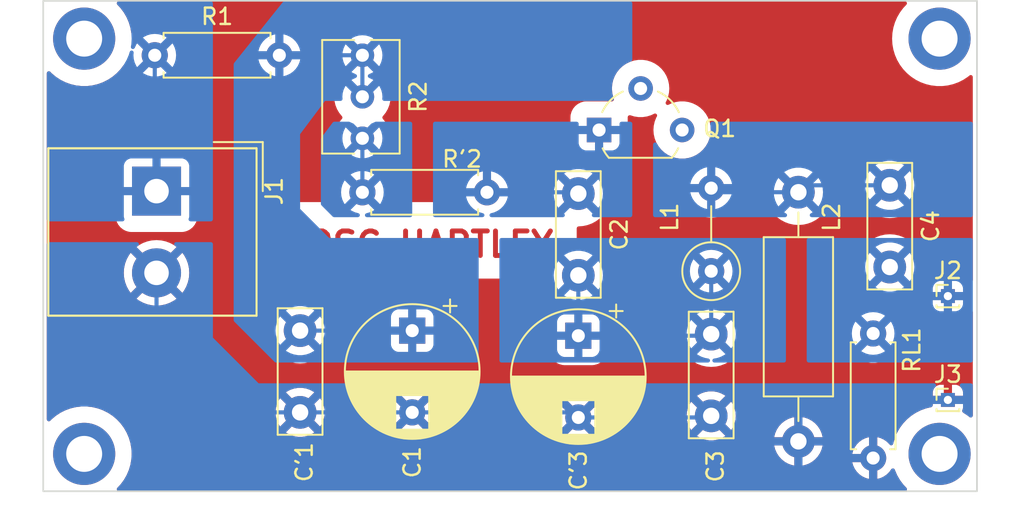
<source format=kicad_pcb>
(kicad_pcb (version 20221018) (generator pcbnew)
  (layers (0 "F.Cu" signal) (31 "B.Cu" signal) (34 "B.Paste" user) (35 "F.Paste" user) (36 "B.SilkS" user "B.Silkscreen") (37 "F.SilkS" user "F.Silkscreen") (38 "B.Mask" user) (39 "F.Mask" user) (44 "Edge.Cuts" user))
  (net 0 "")
  (net 1 "Net-(Q1-C)")
  (net 2 "GND")
  (net 3 "Net-(Q1-B)")
  (net 4 "Net-(Q1-E)")
  (net 5 "VCC")
  (net 6 "Net-(R'2-Pad1)")
  (net 7 "Net-(C'3-Pad1)")
  (net 8 "Net-(J2-Pin_1)")
  (footprint "MountingHole:MountingHole_2.2mm_M2_DIN965_Pad" (layer "F.Cu") (at 166.624 72.136)
    (fp_text reference "H3" hide)
    (fp_text value "MountingHole")
    (pad "1" thru_hole circle (at 0 0) (size 3.8 3.8) (drill 2.2) (layers "*.Cu" "*.Mask"))
  )
  (footprint "MountingHole:MountingHole_2.2mm_M2_DIN965_Pad" (layer "F.Cu") (at 114.3 72.136)
    (fp_text reference "H1" hide)
    (fp_text value "MountingHole")
    (pad "1" thru_hole circle (at 0 0) (size 3.8 3.8) (drill 2.2) (layers "*.Cu" "*.Mask"))
  )
  (footprint "Capacitor_THT:C_Disc_D7.5mm_W2.5mm_P5.00mm" (layer "F.Cu") (at 144.526 81.614 -90)
    (fp_text reference "C2" (at 2.5 -2.5 90) (layer "F.SilkS"))
    (fp_text value "10n")
    (fp_line (start -1.37 -1.37) (end -1.37 1.37) (stroke (width 0.12)) (layer "F.SilkS"))
    (fp_line (start -1.37 -1.37) (end 6.37 -1.37) (stroke (width 0.12)) (layer "F.SilkS"))
    (fp_line (start -1.37 1.37) (end 6.37 1.37) (stroke (width 0.12)) (layer "F.SilkS"))
    (fp_line (start 6.37 -1.37) (end 6.37 1.37) (stroke (width 0.12)) (layer "F.SilkS"))
    (pad "1" thru_hole circle (at 0 0 270) (size 2 2) (drill 1) (layers "*.Cu" "*.Mask") (net 3 "Net-(Q1-B)"))
    (pad "2" thru_hole circle (at 5 0 270) (size 2 2) (drill 1) (layers "*.Cu" "*.Mask") (net 7 "Net-(C'3-Pad1)"))
  )
  (footprint "TerminalBlock_Altech:Altech_AK300_1x02_P5.00mm_45-Degree" (layer "F.Cu") (at 118.7255 81.4625 -90)
    (fp_text reference "J1" (at 0 -7.2 90) (layer "F.SilkS"))
    (fp_text value "in")
    (fp_line (start -3 -6.5) (end 0 -6.5) (stroke (width 0.12)) (layer "F.SilkS"))
    (fp_line (start -3 -3.5) (end -3 -6.5) (stroke (width 0.12)) (layer "F.SilkS"))
    (fp_line (start -2.62 -6.12) (end -2.62 6.62) (stroke (width 0.12)) (layer "F.SilkS"))
    (fp_line (start -2.62 -6.12) (end -2.62 6.62) (stroke (width 0.12)) (layer "F.SilkS"))
    (fp_line (start -2.62 -6.12) (end 7.62 -6.12) (stroke (width 0.12)) (layer "F.SilkS"))
    (fp_line (start -2.62 -6.12) (end 7.62 -6.12) (stroke (width 0.12)) (layer "F.SilkS"))
    (fp_line (start -2.62 6.62) (end 7.62 6.62) (stroke (width 0.12)) (layer "F.SilkS"))
    (fp_line (start -2.62 6.62) (end 7.62 6.62) (stroke (width 0.12)) (layer "F.SilkS"))
    (fp_line (start 7.62 -6.12) (end 7.62 6.62) (stroke (width 0.12)) (layer "F.SilkS"))
    (fp_line (start 7.62 -6.12) (end 7.62 6.62) (stroke (width 0.12)) (layer "F.SilkS"))
    (pad "1" thru_hole rect (at 0 0 270) (size 3 3) (drill 1.5) (layers "*.Cu" "*.Mask") (net 5 "VCC"))
    (pad "2" thru_hole circle (at 5 0 270) (size 3 3) (drill 1.5) (layers "*.Cu" "*.Mask") (net 2 "GND"))
  )
  (footprint "Connector_PinHeader_1.00mm:PinHeader_1x01_P1.00mm_Vertical" (layer "F.Cu") (at 167.132 94.234)
    (fp_text reference "J3" (at 0 -1.56) (layer "F.SilkS"))
    (fp_text value "Conn_01x01")
    (fp_line (start -0.695 -0.685) (end 0 -0.685) (stroke (width 0.12)) (layer "F.SilkS"))
    (fp_line (start -0.695 0) (end -0.695 -0.685) (stroke (width 0.12)) (layer "F.SilkS"))
    (fp_line (start -0.695 0.685) (end -0.695 0.56) (stroke (width 0.12)) (layer "F.SilkS"))
    (fp_line (start -0.695 0.685) (end -0.608276 0.685) (stroke (width 0.12)) (layer "F.SilkS"))
    (fp_line (start -0.695 0.685) (end 0.695 0.685) (stroke (width 0.12)) (layer "F.SilkS"))
    (fp_line (start 0.608276 0.685) (end 0.695 0.685) (stroke (width 0.12)) (layer "F.SilkS"))
    (fp_line (start 0.695 0.685) (end 0.695 0.56) (stroke (width 0.12)) (layer "F.SilkS"))
    (pad "1" thru_hole rect (at 0 0) (size 0.85 0.85) (drill 0.5) (layers "*.Cu" "*.Mask") (net 2 "GND"))
  )
  (footprint "Capacitor_THT:CP_Radial_D8.0mm_P5.00mm" (layer "F.Cu") (at 134.366 89.996 -90)
    (fp_text reference "C1" (at 8.048 0 90) (layer "F.SilkS"))
    (fp_text value "10n")
    (fp_line (start -1.909698 -2.315) (end -1.109698 -2.315) (stroke (width 0.12)) (layer "F.SilkS"))
    (fp_line (start -1.509698 -2.715) (end -1.509698 -1.915) (stroke (width 0.12)) (layer "F.SilkS"))
    (fp_line (start 2.5 -4.08) (end 2.5 4.08) (stroke (width 0.12)) (layer "F.SilkS"))
    (fp_line (start 2.54 -4.08) (end 2.54 4.08) (stroke (width 0.12)) (layer "F.SilkS"))
    (fp_line (start 2.58 -4.08) (end 2.58 4.08) (stroke (width 0.12)) (layer "F.SilkS"))
    (fp_line (start 2.62 -4.079) (end 2.62 4.079) (stroke (width 0.12)) (layer "F.SilkS"))
    (fp_line (start 2.66 -4.077) (end 2.66 4.077) (stroke (width 0.12)) (layer "F.SilkS"))
    (fp_line (start 2.7 -4.076) (end 2.7 4.076) (stroke (width 0.12)) (layer "F.SilkS"))
    (fp_line (start 2.74 -4.074) (end 2.74 4.074) (stroke (width 0.12)) (layer "F.SilkS"))
    (fp_line (start 2.78 -4.071) (end 2.78 4.071) (stroke (width 0.12)) (layer "F.SilkS"))
    (fp_line (start 2.82 -4.068) (end 2.82 4.068) (stroke (width 0.12)) (layer "F.SilkS"))
    (fp_line (start 2.86 -4.065) (end 2.86 4.065) (stroke (width 0.12)) (layer "F.SilkS"))
    (fp_line (start 2.9 -4.061) (end 2.9 4.061) (stroke (width 0.12)) (layer "F.SilkS"))
    (fp_line (start 2.94 -4.057) (end 2.94 4.057) (stroke (width 0.12)) (layer "F.SilkS"))
    (fp_line (start 2.98 -4.052) (end 2.98 4.052) (stroke (width 0.12)) (layer "F.SilkS"))
    (fp_line (start 3.02 -4.048) (end 3.02 4.048) (stroke (width 0.12)) (layer "F.SilkS"))
    (fp_line (start 3.06 -4.042) (end 3.06 4.042) (stroke (width 0.12)) (layer "F.SilkS"))
    (fp_line (start 3.1 -4.037) (end 3.1 4.037) (stroke (width 0.12)) (layer "F.SilkS"))
    (fp_line (start 3.14 -4.03) (end 3.14 4.03) (stroke (width 0.12)) (layer "F.SilkS"))
    (fp_line (start 3.18 -4.024) (end 3.18 4.024) (stroke (width 0.12)) (layer "F.SilkS"))
    (fp_line (start 3.221 -4.017) (end 3.221 4.017) (stroke (width 0.12)) (layer "F.SilkS"))
    (fp_line (start 3.261 -4.01) (end 3.261 4.01) (stroke (width 0.12)) (layer "F.SilkS"))
    (fp_line (start 3.301 -4.002) (end 3.301 4.002) (stroke (width 0.12)) (layer "F.SilkS"))
    (fp_line (start 3.341 -3.994) (end 3.341 3.994) (stroke (width 0.12)) (layer "F.SilkS"))
    (fp_line (start 3.381 -3.985) (end 3.381 3.985) (stroke (width 0.12)) (layer "F.SilkS"))
    (fp_line (start 3.421 -3.976) (end 3.421 3.976) (stroke (width 0.12)) (layer "F.SilkS"))
    (fp_line (start 3.461 -3.967) (end 3.461 3.967) (stroke (width 0.12)) (layer "F.SilkS"))
    (fp_line (start 3.501 -3.957) (end 3.501 3.957) (stroke (width 0.12)) (layer "F.SilkS"))
    (fp_line (start 3.541 -3.947) (end 3.541 3.947) (stroke (width 0.12)) (layer "F.SilkS"))
    (fp_line (start 3.581 -3.936) (end 3.581 3.936) (stroke (width 0.12)) (layer "F.SilkS"))
    (fp_line (start 3.621 -3.925) (end 3.621 3.925) (stroke (width 0.12)) (layer "F.SilkS"))
    (fp_line (start 3.661 -3.914) (end 3.661 3.914) (stroke (width 0.12)) (layer "F.SilkS"))
    (fp_line (start 3.701 -3.902) (end 3.701 3.902) (stroke (width 0.12)) (layer "F.SilkS"))
    (fp_line (start 3.741 -3.889) (end 3.741 3.889) (stroke (width 0.12)) (layer "F.SilkS"))
    (fp_line (start 3.781 -3.877) (end 3.781 3.877) (stroke (width 0.12)) (layer "F.SilkS"))
    (fp_line (start 3.821 -3.863) (end 3.821 3.863) (stroke (width 0.12)) (layer "F.SilkS"))
    (fp_line (start 3.861 -3.85) (end 3.861 3.85) (stroke (width 0.12)) (layer "F.SilkS"))
    (fp_line (start 3.901 -3.835) (end 3.901 3.835) (stroke (width 0.12)) (layer "F.SilkS"))
    (fp_line (start 3.941 -3.821) (end 3.941 3.821) (stroke (width 0.12)) (layer "F.SilkS"))
    (fp_line (start 3.981 -3.805) (end 3.981 -1.04) (stroke (width 0.12)) (layer "F.SilkS"))
    (fp_line (start 3.981 1.04) (end 3.981 3.805) (stroke (width 0.12)) (layer "F.SilkS"))
    (fp_line (start 4.021 -3.79) (end 4.021 -1.04) (stroke (width 0.12)) (layer "F.SilkS"))
    (fp_line (start 4.021 1.04) (end 4.021 3.79) (stroke (width 0.12)) (layer "F.SilkS"))
    (fp_line (start 4.061 -3.774) (end 4.061 -1.04) (stroke (width 0.12)) (layer "F.SilkS"))
    (fp_line (start 4.061 1.04) (end 4.061 3.774) (stroke (width 0.12)) (layer "F.SilkS"))
    (fp_line (start 4.101 -3.757) (end 4.101 -1.04) (stroke (width 0.12)) (layer "F.SilkS"))
    (fp_line (start 4.101 1.04) (end 4.101 3.757) (stroke (width 0.12)) (layer "F.SilkS"))
    (fp_line (start 4.141 -3.74) (end 4.141 -1.04) (stroke (width 0.12)) (layer "F.SilkS"))
    (fp_line (start 4.141 1.04) (end 4.141 3.74) (stroke (width 0.12)) (layer "F.SilkS"))
    (fp_line (start 4.181 -3.722) (end 4.181 -1.04) (stroke (width 0.12)) (layer "F.SilkS"))
    (fp_line (start 4.181 1.04) (end 4.181 3.722) (stroke (width 0.12)) (layer "F.SilkS"))
    (fp_line (start 4.221 -3.704) (end 4.221 -1.04) (stroke (width 0.12)) (layer "F.SilkS"))
    (fp_line (start 4.221 1.04) (end 4.221 3.704) (stroke (width 0.12)) (layer "F.SilkS"))
    (fp_line (start 4.261 -3.686) (end 4.261 -1.04) (stroke (width 0.12)) (layer "F.SilkS"))
    (fp_line (start 4.261 1.04) (end 4.261 3.686) (stroke (width 0.12)) (layer "F.SilkS"))
    (fp_line (start 4.301 -3.666) (end 4.301 -1.04) (stroke (width 0.12)) (layer "F.SilkS"))
    (fp_line (start 4.301 1.04) (end 4.301 3.666) (stroke (width 0.12)) (layer "F.SilkS"))
    (fp_line (start 4.341 -3.647) (end 4.341 -1.04) (stroke (width 0.12)) (layer "F.SilkS"))
    (fp_line (start 4.341 1.04) (end 4.341 3.647) (stroke (width 0.12)) (layer "F.SilkS"))
    (fp_line (start 4.381 -3.627) (end 4.381 -1.04) (stroke (width 0.12)) (layer "F.SilkS"))
    (fp_line (start 4.381 1.04) (end 4.381 3.627) (stroke (width 0.12)) (layer "F.SilkS"))
    (fp_line (start 4.421 -3.606) (end 4.421 -1.04) (stroke (width 0.12)) (layer "F.SilkS"))
    (fp_line (start 4.421 1.04) (end 4.421 3.606) (stroke (width 0.12)) (layer "F.SilkS"))
    (fp_line (start 4.461 -3.584) (end 4.461 -1.04) (stroke (width 0.12)) (layer "F.SilkS"))
    (fp_line (start 4.461 1.04) (end 4.461 3.584) (stroke (width 0.12)) (layer "F.SilkS"))
    (fp_line (start 4.501 -3.562) (end 4.501 -1.04) (stroke (width 0.12)) (layer "F.SilkS"))
    (fp_line (start 4.501 1.04) (end 4.501 3.562) (stroke (width 0.12)) (layer "F.SilkS"))
    (fp_line (start 4.541 -3.54) (end 4.541 -1.04) (stroke (width 0.12)) (layer "F.SilkS"))
    (fp_line (start 4.541 1.04) (end 4.541 3.54) (stroke (width 0.12)) (layer "F.SilkS"))
    (fp_line (start 4.581 -3.517) (end 4.581 -1.04) (stroke (width 0.12)) (layer "F.SilkS"))
    (fp_line (start 4.581 1.04) (end 4.581 3.517) (stroke (width 0.12)) (layer "F.SilkS"))
    (fp_line (start 4.621 -3.493) (end 4.621 -1.04) (stroke (width 0.12)) (layer "F.SilkS"))
    (fp_line (start 4.621 1.04) (end 4.621 3.493) (stroke (width 0.12)) (layer "F.SilkS"))
    (fp_line (start 4.661 -3.469) (end 4.661 -1.04) (stroke (width 0.12)) (layer "F.SilkS"))
    (fp_line (start 4.661 1.04) (end 4.661 3.469) (stroke (width 0.12)) (layer "F.SilkS"))
    (fp_line (start 4.701 -3.444) (end 4.701 -1.04) (stroke (width 0.12)) (layer "F.SilkS"))
    (fp_line (start 4.701 1.04) (end 4.701 3.444) (stroke (width 0.12)) (layer "F.SilkS"))
    (fp_line (start 4.741 -3.418) (end 4.741 -1.04) (stroke (width 0.12)) (layer "F.SilkS"))
    (fp_line (start 4.741 1.04) (end 4.741 3.418) (stroke (width 0.12)) (layer "F.SilkS"))
    (fp_line (start 4.781 -3.392) (end 4.781 -1.04) (stroke (width 0.12)) (layer "F.SilkS"))
    (fp_line (start 4.781 1.04) (end 4.781 3.392) (stroke (width 0.12)) (layer "F.SilkS"))
    (fp_line (start 4.821 -3.365) (end 4.821 -1.04) (stroke (width 0.12)) (layer "F.SilkS"))
    (fp_line (start 4.821 1.04) (end 4.821 3.365) (stroke (width 0.12)) (layer "F.SilkS"))
    (fp_line (start 4.861 -3.338) (end 4.861 -1.04) (stroke (width 0.12)) (layer "F.SilkS"))
    (fp_line (start 4.861 1.04) (end 4.861 3.338) (stroke (width 0.12)) (layer "F.SilkS"))
    (fp_line (start 4.901 -3.309) (end 4.901 -1.04) (stroke (width 0.12)) (layer "F.SilkS"))
    (fp_line (start 4.901 1.04) (end 4.901 3.309) (stroke (width 0.12)) (layer "F.SilkS"))
    (fp_line (start 4.941 -3.28) (end 4.941 -1.04) (stroke (width 0.12)) (layer "F.SilkS"))
    (fp_line (start 4.941 1.04) (end 4.941 3.28) (stroke (width 0.12)) (layer "F.SilkS"))
    (fp_line (start 4.981 -3.25) (end 4.981 -1.04) (stroke (width 0.12)) (layer "F.SilkS"))
    (fp_line (start 4.981 1.04) (end 4.981 3.25) (stroke (width 0.12)) (layer "F.SilkS"))
    (fp_line (start 5.021 -3.22) (end 5.021 -1.04) (stroke (width 0.12)) (layer "F.SilkS"))
    (fp_line (start 5.021 1.04) (end 5.021 3.22) (stroke (width 0.12)) (layer "F.SilkS"))
    (fp_line (start 5.061 -3.189) (end 5.061 -1.04) (stroke (width 0.12)) (layer "F.SilkS"))
    (fp_line (start 5.061 1.04) (end 5.061 3.189) (stroke (width 0.12)) (layer "F.SilkS"))
    (fp_line (start 5.101 -3.156) (end 5.101 -1.04) (stroke (width 0.12)) (layer "F.SilkS"))
    (fp_line (start 5.101 1.04) (end 5.101 3.156) (stroke (width 0.12)) (layer "F.SilkS"))
    (fp_line (start 5.141 -3.124) (end 5.141 -1.04) (stroke (width 0.12)) (layer "F.SilkS"))
    (fp_line (start 5.141 1.04) (end 5.141 3.124) (stroke (width 0.12)) (layer "F.SilkS"))
    (fp_line (start 5.181 -3.09) (end 5.181 -1.04) (stroke (width 0.12)) (layer "F.SilkS"))
    (fp_line (start 5.181 1.04) (end 5.181 3.09) (stroke (width 0.12)) (layer "F.SilkS"))
    (fp_line (start 5.221 -3.055) (end 5.221 -1.04) (stroke (width 0.12)) (layer "F.SilkS"))
    (fp_line (start 5.221 1.04) (end 5.221 3.055) (stroke (width 0.12)) (layer "F.SilkS"))
    (fp_line (start 5.261 -3.019) (end 5.261 -1.04) (stroke (width 0.12)) (layer "F.SilkS"))
    (fp_line (start 5.261 1.04) (end 5.261 3.019) (stroke (width 0.12)) (layer "F.SilkS"))
    (fp_line (start 5.301 -2.983) (end 5.301 -1.04) (stroke (width 0.12)) (layer "F.SilkS"))
    (fp_line (start 5.301 1.04) (end 5.301 2.983) (stroke (width 0.12)) (layer "F.SilkS"))
    (fp_line (start 5.341 -2.945) (end 5.341 -1.04) (stroke (width 0.12)) (layer "F.SilkS"))
    (fp_line (start 5.341 1.04) (end 5.341 2.945) (stroke (width 0.12)) (layer "F.SilkS"))
    (fp_line (start 5.381 -2.907) (end 5.381 -1.04) (stroke (width 0.12)) (layer "F.SilkS"))
    (fp_line (start 5.381 1.04) (end 5.381 2.907) (stroke (width 0.12)) (layer "F.SilkS"))
    (fp_line (start 5.421 -2.867) (end 5.421 -1.04) (stroke (width 0.12)) (layer "F.SilkS"))
    (fp_line (start 5.421 1.04) (end 5.421 2.867) (stroke (width 0.12)) (layer "F.SilkS"))
    (fp_line (start 5.461 -2.826) (end 5.461 -1.04) (stroke (width 0.12)) (layer "F.SilkS"))
    (fp_line (start 5.461 1.04) (end 5.461 2.826) (stroke (width 0.12)) (layer "F.SilkS"))
    (fp_line (start 5.501 -2.784) (end 5.501 -1.04) (stroke (width 0.12)) (layer "F.SilkS"))
    (fp_line (start 5.501 1.04) (end 5.501 2.784) (stroke (width 0.12)) (layer "F.SilkS"))
    (fp_line (start 5.541 -2.741) (end 5.541 -1.04) (stroke (width 0.12)) (layer "F.SilkS"))
    (fp_line (start 5.541 1.04) (end 5.541 2.741) (stroke (width 0.12)) (layer "F.SilkS"))
    (fp_line (start 5.581 -2.697) (end 5.581 -1.04) (stroke (width 0.12)) (layer "F.SilkS"))
    (fp_line (start 5.581 1.04) (end 5.581 2.697) (stroke (width 0.12)) (layer "F.SilkS"))
    (fp_line (start 5.621 -2.651) (end 5.621 -1.04) (stroke (width 0.12)) (layer "F.SilkS"))
    (fp_line (start 5.621 1.04) (end 5.621 2.651) (stroke (width 0.12)) (layer "F.SilkS"))
    (fp_line (start 5.661 -2.604) (end 5.661 -1.04) (stroke (width 0.12)) (layer "F.SilkS"))
    (fp_line (start 5.661 1.04) (end 5.661 2.604) (stroke (width 0.12)) (layer "F.SilkS"))
    (fp_line (start 5.701 -2.556) (end 5.701 -1.04) (stroke (width 0.12)) (layer "F.SilkS"))
    (fp_line (start 5.701 1.04) (end 5.701 2.556) (stroke (width 0.12)) (layer "F.SilkS"))
    (fp_line (start 5.741 -2.505) (end 5.741 -1.04) (stroke (width 0.12)) (layer "F.SilkS"))
    (fp_line (start 5.741 1.04) (end 5.741 2.505) (stroke (width 0.12)) (layer "F.SilkS"))
    (fp_line (start 5.781 -2.454) (end 5.781 -1.04) (stroke (width 0.12)) (layer "F.SilkS"))
    (fp_line (start 5.781 1.04) (end 5.781 2.454) (stroke (width 0.12)) (layer "F.SilkS"))
    (fp_line (start 5.821 -2.4) (end 5.821 -1.04) (stroke (width 0.12)) (layer "F.SilkS"))
    (fp_line (start 5.821 1.04) (end 5.821 2.4) (stroke (width 0.12)) (layer "F.SilkS"))
    (fp_line (start 5.861 -2.345) (end 5.861 -1.04) (stroke (width 0.12)) (layer "F.SilkS"))
    (fp_line (start 5.861 1.04) (end 5.861 2.345) (stroke (width 0.12)) (layer "F.SilkS"))
    (fp_line (start 5.901 -2.287) (end 5.901 -1.04) (stroke (width 0.12)) (layer "F.SilkS"))
    (fp_line (start 5.901 1.04) (end 5.901 2.287) (stroke (width 0.12)) (layer "F.SilkS"))
    (fp_line (start 5.941 -2.228) (end 5.941 -1.04) (stroke (width 0.12)) (layer "F.SilkS"))
    (fp_line (start 5.941 1.04) (end 5.941 2.228) (stroke (width 0.12)) (layer "F.SilkS"))
    (fp_line (start 5.981 -2.166) (end 5.981 -1.04) (stroke (width 0.12)) (layer "F.SilkS"))
    (fp_line (start 5.981 1.04) (end 5.981 2.166) (stroke (width 0.12)) (layer "F.SilkS"))
    (fp_line (start 6.021 -2.102) (end 6.021 -1.04) (stroke (width 0.12)) (layer "F.SilkS"))
    (fp_line (start 6.021 1.04) (end 6.021 2.102) (stroke (width 0.12)) (layer "F.SilkS"))
    (fp_line (start 6.061 -2.034) (end 6.061 2.034) (stroke (width 0.12)) (layer "F.SilkS"))
    (fp_line (start 6.101 -1.964) (end 6.101 1.964) (stroke (width 0.12)) (layer "F.SilkS"))
    (fp_line (start 6.141 -1.89) (end 6.141 1.89) (stroke (width 0.12)) (layer "F.SilkS"))
    (fp_line (start 6.181 -1.813) (end 6.181 1.813) (stroke (width 0.12)) (layer "F.SilkS"))
    (fp_line (start 6.221 -1.731) (end 6.221 1.731) (stroke (width 0.12)) (layer "F.SilkS"))
    (fp_line (start 6.261 -1.645) (end 6.261 1.645) (stroke (width 0.12)) (layer "F.SilkS"))
    (fp_line (start 6.301 -1.552) (end 6.301 1.552) (stroke (width 0.12)) (layer "F.SilkS"))
    (fp_line (start 6.341 -1.453) (end 6.341 1.453) (stroke (width 0.12)) (layer "F.SilkS"))
    (fp_line (start 6.381 -1.346) (end 6.381 1.346) (stroke (width 0.12)) (layer "F.SilkS"))
    (fp_line (start 6.421 -1.229) (end 6.421 1.229) (stroke (width 0.12)) (layer "F.SilkS"))
    (fp_line (start 6.461 -1.098) (end 6.461 1.098) (stroke (width 0.12)) (layer "F.SilkS"))
    (fp_line (start 6.501 -0.948) (end 6.501 0.948) (stroke (width 0.12)) (layer "F.SilkS"))
    (fp_line (start 6.541 -0.768) (end 6.541 0.768) (stroke (width 0.12)) (layer "F.SilkS"))
    (fp_line (start 6.581 -0.533) (end 6.581 0.533) (stroke (width 0.12)) (layer "F.SilkS"))
    (fp_circle (center 2.5 0) (end 6.62 0) (stroke (width 0.12)) (fill none) (layer "F.SilkS"))
    (pad "1" thru_hole rect (at 0 0 270) (size 1.6 1.6) (drill 0.8) (layers "*.Cu" "*.Mask") (net 1 "Net-(Q1-C)"))
    (pad "2" thru_hole circle (at 5 0 270) (size 1.6 1.6) (drill 0.8) (layers "*.Cu" "*.Mask") (net 2 "GND"))
  )
  (footprint "Potentiometer_THT:Potentiometer_Bourns_3266Y_Vertical" (layer "F.Cu") (at 131.318 78.232 -90)
    (fp_text reference "R2" (at -2.54 -3.41 -90) (layer "F.SilkS"))
    (fp_text value "200k")
    (fp_line (start -6.015 -2.28) (end -6.015 -0.494) (stroke (width 0.12)) (layer "F.SilkS"))
    (fp_line (start -6.015 -2.28) (end 0.935 -2.28) (stroke (width 0.12)) (layer "F.SilkS"))
    (fp_line (start -6.015 0.496) (end -6.015 2.46) (stroke (width 0.12)) (layer "F.SilkS"))
    (fp_line (start -6.015 2.46) (end 0.935 2.46) (stroke (width 0.12)) (layer "F.SilkS"))
    (fp_line (start 0.935 -2.28) (end 0.935 -0.494) (stroke (width 0.12)) (layer "F.SilkS"))
    (fp_line (start 0.935 0.496) (end 0.935 2.46) (stroke (width 0.12)) (layer "F.SilkS"))
    (pad "1" thru_hole circle (at 0 0 270) (size 1.44 1.44) (drill 0.8) (layers "*.Cu" "*.Mask") (net 6 "Net-(R'2-Pad1)"))
    (pad "2" thru_hole circle (at -2.54 0 270) (size 1.44 1.44) (drill 0.8) (layers "*.Cu" "*.Mask") (net 1 "Net-(Q1-C)"))
    (pad "3" thru_hole circle (at -5.08 0 270) (size 1.44 1.44) (drill 0.8) (layers "*.Cu" "*.Mask") (net 1 "Net-(Q1-C)"))
  )
  (footprint "Inductor_THT:L_Axial_L9.5mm_D4.0mm_P15.24mm_Horizontal_Fastron_SMCC" (layer "F.Cu") (at 157.988 81.529 -90)
    (fp_text reference "L2" (at 1.529 -2.032 -90) (layer "F.SilkS"))
    (fp_text value "2")
    (fp_line (start 1.24 0) (end 2.75 0) (stroke (width 0.12)) (layer "F.SilkS"))
    (fp_line (start 2.75 -2.12) (end 2.75 2.12) (stroke (width 0.12)) (layer "F.SilkS"))
    (fp_line (start 2.75 2.12) (end 12.49 2.12) (stroke (width 0.12)) (layer "F.SilkS"))
    (fp_line (start 12.49 -2.12) (end 2.75 -2.12) (stroke (width 0.12)) (layer "F.SilkS"))
    (fp_line (start 12.49 2.12) (end 12.49 -2.12) (stroke (width 0.12)) (layer "F.SilkS"))
    (fp_line (start 14 0) (end 12.49 0) (stroke (width 0.12)) (layer "F.SilkS"))
    (pad "1" thru_hole circle (at 0 0 270) (size 2 2) (drill 1) (layers "*.Cu" "*.Mask") (net 4 "Net-(Q1-E)"))
    (pad "2" thru_hole oval (at 15.24 0 270) (size 2 2) (drill 1) (layers "*.Cu" "*.Mask") (net 2 "GND"))
  )
  (footprint "Resistor_THT:R_Axial_DIN0207_L6.3mm_D2.5mm_P7.62mm_Horizontal" (layer "F.Cu") (at 131.318 81.534)
    (fp_text reference "R'2" (at 6.096 -2.032) (layer "F.SilkS"))
    (fp_text value "4k7")
    (fp_line (start 0.54 -1.37) (end 7.08 -1.37) (stroke (width 0.12)) (layer "F.SilkS"))
    (fp_line (start 0.54 -1.04) (end 0.54 -1.37) (stroke (width 0.12)) (layer "F.SilkS"))
    (fp_line (start 0.54 1.04) (end 0.54 1.37) (stroke (width 0.12)) (layer "F.SilkS"))
    (fp_line (start 0.54 1.37) (end 7.08 1.37) (stroke (width 0.12)) (layer "F.SilkS"))
    (fp_line (start 7.08 -1.37) (end 7.08 -1.04) (stroke (width 0.12)) (layer "F.SilkS"))
    (fp_line (start 7.08 1.37) (end 7.08 1.04) (stroke (width 0.12)) (layer "F.SilkS"))
    (pad "1" thru_hole circle (at 0 0) (size 1.6 1.6) (drill 0.8) (layers "*.Cu" "*.Mask") (net 6 "Net-(R'2-Pad1)"))
    (pad "2" thru_hole oval (at 7.62 0) (size 1.6 1.6) (drill 0.8) (layers "*.Cu" "*.Mask") (net 3 "Net-(Q1-B)"))
  )
  (footprint "Inductor_THT:L_Axial_L7.0mm_D3.3mm_P5.08mm_Vertical_Fastron_MICC" (layer "F.Cu") (at 152.654 86.36 90)
    (fp_text reference "L1" (at 3.302 -2.54 90) (layer "F.SilkS"))
    (fp_text value "1")
    (fp_line (start 1.77 0) (end 3.98 0) (stroke (width 0.12)) (layer "F.SilkS"))
    (fp_circle (center 0 0) (end 1.77 0) (stroke (width 0.12)) (fill none) (layer "F.SilkS"))
    (pad "1" thru_hole circle (at 0 0 90) (size 1.6 1.6) (drill 0.8) (layers "*.Cu" "*.Mask") (net 7 "Net-(C'3-Pad1)"))
    (pad "2" thru_hole oval (at 5.08 0 90) (size 1.6 1.6) (drill 0.8) (layers "*.Cu" "*.Mask") (net 4 "Net-(Q1-E)"))
  )
  (footprint "Capacitor_THT:CP_Radial_D8.0mm_P5.00mm" (layer "F.Cu") (at 144.526 90.307349 -90)
    (fp_text reference "C'3" (at 8.244651 0 90) (layer "F.SilkS"))
    (fp_text value "50p")
    (fp_line (start -1.909698 -2.315) (end -1.109698 -2.315) (stroke (width 0.12)) (layer "F.SilkS"))
    (fp_line (start -1.509698 -2.715) (end -1.509698 -1.915) (stroke (width 0.12)) (layer "F.SilkS"))
    (fp_line (start 2.5 -4.08) (end 2.5 4.08) (stroke (width 0.12)) (layer "F.SilkS"))
    (fp_line (start 2.54 -4.08) (end 2.54 4.08) (stroke (width 0.12)) (layer "F.SilkS"))
    (fp_line (start 2.58 -4.08) (end 2.58 4.08) (stroke (width 0.12)) (layer "F.SilkS"))
    (fp_line (start 2.62 -4.079) (end 2.62 4.079) (stroke (width 0.12)) (layer "F.SilkS"))
    (fp_line (start 2.66 -4.077) (end 2.66 4.077) (stroke (width 0.12)) (layer "F.SilkS"))
    (fp_line (start 2.7 -4.076) (end 2.7 4.076) (stroke (width 0.12)) (layer "F.SilkS"))
    (fp_line (start 2.74 -4.074) (end 2.74 4.074) (stroke (width 0.12)) (layer "F.SilkS"))
    (fp_line (start 2.78 -4.071) (end 2.78 4.071) (stroke (width 0.12)) (layer "F.SilkS"))
    (fp_line (start 2.82 -4.068) (end 2.82 4.068) (stroke (width 0.12)) (layer "F.SilkS"))
    (fp_line (start 2.86 -4.065) (end 2.86 4.065) (stroke (width 0.12)) (layer "F.SilkS"))
    (fp_line (start 2.9 -4.061) (end 2.9 4.061) (stroke (width 0.12)) (layer "F.SilkS"))
    (fp_line (start 2.94 -4.057) (end 2.94 4.057) (stroke (width 0.12)) (layer "F.SilkS"))
    (fp_line (start 2.98 -4.052) (end 2.98 4.052) (stroke (width 0.12)) (layer "F.SilkS"))
    (fp_line (start 3.02 -4.048) (end 3.02 4.048) (stroke (width 0.12)) (layer "F.SilkS"))
    (fp_line (start 3.06 -4.042) (end 3.06 4.042) (stroke (width 0.12)) (layer "F.SilkS"))
    (fp_line (start 3.1 -4.037) (end 3.1 4.037) (stroke (width 0.12)) (layer "F.SilkS"))
    (fp_line (start 3.14 -4.03) (end 3.14 4.03) (stroke (width 0.12)) (layer "F.SilkS"))
    (fp_line (start 3.18 -4.024) (end 3.18 4.024) (stroke (width 0.12)) (layer "F.SilkS"))
    (fp_line (start 3.221 -4.017) (end 3.221 4.017) (stroke (width 0.12)) (layer "F.SilkS"))
    (fp_line (start 3.261 -4.01) (end 3.261 4.01) (stroke (width 0.12)) (layer "F.SilkS"))
    (fp_line (start 3.301 -4.002) (end 3.301 4.002) (stroke (width 0.12)) (layer "F.SilkS"))
    (fp_line (start 3.341 -3.994) (end 3.341 3.994) (stroke (width 0.12)) (layer "F.SilkS"))
    (fp_line (start 3.381 -3.985) (end 3.381 3.985) (stroke (width 0.12)) (layer "F.SilkS"))
    (fp_line (start 3.421 -3.976) (end 3.421 3.976) (stroke (width 0.12)) (layer "F.SilkS"))
    (fp_line (start 3.461 -3.967) (end 3.461 3.967) (stroke (width 0.12)) (layer "F.SilkS"))
    (fp_line (start 3.501 -3.957) (end 3.501 3.957) (stroke (width 0.12)) (layer "F.SilkS"))
    (fp_line (start 3.541 -3.947) (end 3.541 3.947) (stroke (width 0.12)) (layer "F.SilkS"))
    (fp_line (start 3.581 -3.936) (end 3.581 3.936) (stroke (width 0.12)) (layer "F.SilkS"))
    (fp_line (start 3.621 -3.925) (end 3.621 3.925) (stroke (width 0.12)) (layer "F.SilkS"))
    (fp_line (start 3.661 -3.914) (end 3.661 3.914) (stroke (width 0.12)) (layer "F.SilkS"))
    (fp_line (start 3.701 -3.902) (end 3.701 3.902) (stroke (width 0.12)) (layer "F.SilkS"))
    (fp_line (start 3.741 -3.889) (end 3.741 3.889) (stroke (width 0.12)) (layer "F.SilkS"))
    (fp_line (start 3.781 -3.877) (end 3.781 3.877) (stroke (width 0.12)) (layer "F.SilkS"))
    (fp_line (start 3.821 -3.863) (end 3.821 3.863) (stroke (width 0.12)) (layer "F.SilkS"))
    (fp_line (start 3.861 -3.85) (end 3.861 3.85) (stroke (width 0.12)) (layer "F.SilkS"))
    (fp_line (start 3.901 -3.835) (end 3.901 3.835) (stroke (width 0.12)) (layer "F.SilkS"))
    (fp_line (start 3.941 -3.821) (end 3.941 3.821) (stroke (width 0.12)) (layer "F.SilkS"))
    (fp_line (start 3.981 -3.805) (end 3.981 -1.04) (stroke (width 0.12)) (layer "F.SilkS"))
    (fp_line (start 3.981 1.04) (end 3.981 3.805) (stroke (width 0.12)) (layer "F.SilkS"))
    (fp_line (start 4.021 -3.79) (end 4.021 -1.04) (stroke (width 0.12)) (layer "F.SilkS"))
    (fp_line (start 4.021 1.04) (end 4.021 3.79) (stroke (width 0.12)) (layer "F.SilkS"))
    (fp_line (start 4.061 -3.774) (end 4.061 -1.04) (stroke (width 0.12)) (layer "F.SilkS"))
    (fp_line (start 4.061 1.04) (end 4.061 3.774) (stroke (width 0.12)) (layer "F.SilkS"))
    (fp_line (start 4.101 -3.757) (end 4.101 -1.04) (stroke (width 0.12)) (layer "F.SilkS"))
    (fp_line (start 4.101 1.04) (end 4.101 3.757) (stroke (width 0.12)) (layer "F.SilkS"))
    (fp_line (start 4.141 -3.74) (end 4.141 -1.04) (stroke (width 0.12)) (layer "F.SilkS"))
    (fp_line (start 4.141 1.04) (end 4.141 3.74) (stroke (width 0.12)) (layer "F.SilkS"))
    (fp_line (start 4.181 -3.722) (end 4.181 -1.04) (stroke (width 0.12)) (layer "F.SilkS"))
    (fp_line (start 4.181 1.04) (end 4.181 3.722) (stroke (width 0.12)) (layer "F.SilkS"))
    (fp_line (start 4.221 -3.704) (end 4.221 -1.04) (stroke (width 0.12)) (layer "F.SilkS"))
    (fp_line (start 4.221 1.04) (end 4.221 3.704) (stroke (width 0.12)) (layer "F.SilkS"))
    (fp_line (start 4.261 -3.686) (end 4.261 -1.04) (stroke (width 0.12)) (layer "F.SilkS"))
    (fp_line (start 4.261 1.04) (end 4.261 3.686) (stroke (width 0.12)) (layer "F.SilkS"))
    (fp_line (start 4.301 -3.666) (end 4.301 -1.04) (stroke (width 0.12)) (layer "F.SilkS"))
    (fp_line (start 4.301 1.04) (end 4.301 3.666) (stroke (width 0.12)) (layer "F.SilkS"))
    (fp_line (start 4.341 -3.647) (end 4.341 -1.04) (stroke (width 0.12)) (layer "F.SilkS"))
    (fp_line (start 4.341 1.04) (end 4.341 3.647) (stroke (width 0.12)) (layer "F.SilkS"))
    (fp_line (start 4.381 -3.627) (end 4.381 -1.04) (stroke (width 0.12)) (layer "F.SilkS"))
    (fp_line (start 4.381 1.04) (end 4.381 3.627) (stroke (width 0.12)) (layer "F.SilkS"))
    (fp_line (start 4.421 -3.606) (end 4.421 -1.04) (stroke (width 0.12)) (layer "F.SilkS"))
    (fp_line (start 4.421 1.04) (end 4.421 3.606) (stroke (width 0.12)) (layer "F.SilkS"))
    (fp_line (start 4.461 -3.584) (end 4.461 -1.04) (stroke (width 0.12)) (layer "F.SilkS"))
    (fp_line (start 4.461 1.04) (end 4.461 3.584) (stroke (width 0.12)) (layer "F.SilkS"))
    (fp_line (start 4.501 -3.562) (end 4.501 -1.04) (stroke (width 0.12)) (layer "F.SilkS"))
    (fp_line (start 4.501 1.04) (end 4.501 3.562) (stroke (width 0.12)) (layer "F.SilkS"))
    (fp_line (start 4.541 -3.54) (end 4.541 -1.04) (stroke (width 0.12)) (layer "F.SilkS"))
    (fp_line (start 4.541 1.04) (end 4.541 3.54) (stroke (width 0.12)) (layer "F.SilkS"))
    (fp_line (start 4.581 -3.517) (end 4.581 -1.04) (stroke (width 0.12)) (layer "F.SilkS"))
    (fp_line (start 4.581 1.04) (end 4.581 3.517) (stroke (width 0.12)) (layer "F.SilkS"))
    (fp_line (start 4.621 -3.493) (end 4.621 -1.04) (stroke (width 0.12)) (layer "F.SilkS"))
    (fp_line (start 4.621 1.04) (end 4.621 3.493) (stroke (width 0.12)) (layer "F.SilkS"))
    (fp_line (start 4.661 -3.469) (end 4.661 -1.04) (stroke (width 0.12)) (layer "F.SilkS"))
    (fp_line (start 4.661 1.04) (end 4.661 3.469) (stroke (width 0.12)) (layer "F.SilkS"))
    (fp_line (start 4.701 -3.444) (end 4.701 -1.04) (stroke (width 0.12)) (layer "F.SilkS"))
    (fp_line (start 4.701 1.04) (end 4.701 3.444) (stroke (width 0.12)) (layer "F.SilkS"))
    (fp_line (start 4.741 -3.418) (end 4.741 -1.04) (stroke (width 0.12)) (layer "F.SilkS"))
    (fp_line (start 4.741 1.04) (end 4.741 3.418) (stroke (width 0.12)) (layer "F.SilkS"))
    (fp_line (start 4.781 -3.392) (end 4.781 -1.04) (stroke (width 0.12)) (layer "F.SilkS"))
    (fp_line (start 4.781 1.04) (end 4.781 3.392) (stroke (width 0.12)) (layer "F.SilkS"))
    (fp_line (start 4.821 -3.365) (end 4.821 -1.04) (stroke (width 0.12)) (layer "F.SilkS"))
    (fp_line (start 4.821 1.04) (end 4.821 3.365) (stroke (width 0.12)) (layer "F.SilkS"))
    (fp_line (start 4.861 -3.338) (end 4.861 -1.04) (stroke (width 0.12)) (layer "F.SilkS"))
    (fp_line (start 4.861 1.04) (end 4.861 3.338) (stroke (width 0.12)) (layer "F.SilkS"))
    (fp_line (start 4.901 -3.309) (end 4.901 -1.04) (stroke (width 0.12)) (layer "F.SilkS"))
    (fp_line (start 4.901 1.04) (end 4.901 3.309) (stroke (width 0.12)) (layer "F.SilkS"))
    (fp_line (start 4.941 -3.28) (end 4.941 -1.04) (stroke (width 0.12)) (layer "F.SilkS"))
    (fp_line (start 4.941 1.04) (end 4.941 3.28) (stroke (width 0.12)) (layer "F.SilkS"))
    (fp_line (start 4.981 -3.25) (end 4.981 -1.04) (stroke (width 0.12)) (layer "F.SilkS"))
    (fp_line (start 4.981 1.04) (end 4.981 3.25) (stroke (width 0.12)) (layer "F.SilkS"))
    (fp_line (start 5.021 -3.22) (end 5.021 -1.04) (stroke (width 0.12)) (layer "F.SilkS"))
    (fp_line (start 5.021 1.04) (end 5.021 3.22) (stroke (width 0.12)) (layer "F.SilkS"))
    (fp_line (start 5.061 -3.189) (end 5.061 -1.04) (stroke (width 0.12)) (layer "F.SilkS"))
    (fp_line (start 5.061 1.04) (end 5.061 3.189) (stroke (width 0.12)) (layer "F.SilkS"))
    (fp_line (start 5.101 -3.156) (end 5.101 -1.04) (stroke (width 0.12)) (layer "F.SilkS"))
    (fp_line (start 5.101 1.04) (end 5.101 3.156) (stroke (width 0.12)) (layer "F.SilkS"))
    (fp_line (start 5.141 -3.124) (end 5.141 -1.04) (stroke (width 0.12)) (layer "F.SilkS"))
    (fp_line (start 5.141 1.04) (end 5.141 3.124) (stroke (width 0.12)) (layer "F.SilkS"))
    (fp_line (start 5.181 -3.09) (end 5.181 -1.04) (stroke (width 0.12)) (layer "F.SilkS"))
    (fp_line (start 5.181 1.04) (end 5.181 3.09) (stroke (width 0.12)) (layer "F.SilkS"))
    (fp_line (start 5.221 -3.055) (end 5.221 -1.04) (stroke (width 0.12)) (layer "F.SilkS"))
    (fp_line (start 5.221 1.04) (end 5.221 3.055) (stroke (width 0.12)) (layer "F.SilkS"))
    (fp_line (start 5.261 -3.019) (end 5.261 -1.04) (stroke (width 0.12)) (layer "F.SilkS"))
    (fp_line (start 5.261 1.04) (end 5.261 3.019) (stroke (width 0.12)) (layer "F.SilkS"))
    (fp_line (start 5.301 -2.983) (end 5.301 -1.04) (stroke (width 0.12)) (layer "F.SilkS"))
    (fp_line (start 5.301 1.04) (end 5.301 2.983) (stroke (width 0.12)) (layer "F.SilkS"))
    (fp_line (start 5.341 -2.945) (end 5.341 -1.04) (stroke (width 0.12)) (layer "F.SilkS"))
    (fp_line (start 5.341 1.04) (end 5.341 2.945) (stroke (width 0.12)) (layer "F.SilkS"))
    (fp_line (start 5.381 -2.907) (end 5.381 -1.04) (stroke (width 0.12)) (layer "F.SilkS"))
    (fp_line (start 5.381 1.04) (end 5.381 2.907) (stroke (width 0.12)) (layer "F.SilkS"))
    (fp_line (start 5.421 -2.867) (end 5.421 -1.04) (stroke (width 0.12)) (layer "F.SilkS"))
    (fp_line (start 5.421 1.04) (end 5.421 2.867) (stroke (width 0.12)) (layer "F.SilkS"))
    (fp_line (start 5.461 -2.826) (end 5.461 -1.04) (stroke (width 0.12)) (layer "F.SilkS"))
    (fp_line (start 5.461 1.04) (end 5.461 2.826) (stroke (width 0.12)) (layer "F.SilkS"))
    (fp_line (start 5.501 -2.784) (end 5.501 -1.04) (stroke (width 0.12)) (layer "F.SilkS"))
    (fp_line (start 5.501 1.04) (end 5.501 2.784) (stroke (width 0.12)) (layer "F.SilkS"))
    (fp_line (start 5.541 -2.741) (end 5.541 -1.04) (stroke (width 0.12)) (layer "F.SilkS"))
    (fp_line (start 5.541 1.04) (end 5.541 2.741) (stroke (width 0.12)) (layer "F.SilkS"))
    (fp_line (start 5.581 -2.697) (end 5.581 -1.04) (stroke (width 0.12)) (layer "F.SilkS"))
    (fp_line (start 5.581 1.04) (end 5.581 2.697) (stroke (width 0.12)) (layer "F.SilkS"))
    (fp_line (start 5.621 -2.651) (end 5.621 -1.04) (stroke (width 0.12)) (layer "F.SilkS"))
    (fp_line (start 5.621 1.04) (end 5.621 2.651) (stroke (width 0.12)) (layer "F.SilkS"))
    (fp_line (start 5.661 -2.604) (end 5.661 -1.04) (stroke (width 0.12)) (layer "F.SilkS"))
    (fp_line (start 5.661 1.04) (end 5.661 2.604) (stroke (width 0.12)) (layer "F.SilkS"))
    (fp_line (start 5.701 -2.556) (end 5.701 -1.04) (stroke (width 0.12)) (layer "F.SilkS"))
    (fp_line (start 5.701 1.04) (end 5.701 2.556) (stroke (width 0.12)) (layer "F.SilkS"))
    (fp_line (start 5.741 -2.505) (end 5.741 -1.04) (stroke (width 0.12)) (layer "F.SilkS"))
    (fp_line (start 5.741 1.04) (end 5.741 2.505) (stroke (width 0.12)) (layer "F.SilkS"))
    (fp_line (start 5.781 -2.454) (end 5.781 -1.04) (stroke (width 0.12)) (layer "F.SilkS"))
    (fp_line (start 5.781 1.04) (end 5.781 2.454) (stroke (width 0.12)) (layer "F.SilkS"))
    (fp_line (start 5.821 -2.4) (end 5.821 -1.04) (stroke (width 0.12)) (layer "F.SilkS"))
    (fp_line (start 5.821 1.04) (end 5.821 2.4) (stroke (width 0.12)) (layer "F.SilkS"))
    (fp_line (start 5.861 -2.345) (end 5.861 -1.04) (stroke (width 0.12)) (layer "F.SilkS"))
    (fp_line (start 5.861 1.04) (end 5.861 2.345) (stroke (width 0.12)) (layer "F.SilkS"))
    (fp_line (start 5.901 -2.287) (end 5.901 -1.04) (stroke (width 0.12)) (layer "F.SilkS"))
    (fp_line (start 5.901 1.04) (end 5.901 2.287) (stroke (width 0.12)) (layer "F.SilkS"))
    (fp_line (start 5.941 -2.228) (end 5.941 -1.04) (stroke (width 0.12)) (layer "F.SilkS"))
    (fp_line (start 5.941 1.04) (end 5.941 2.228) (stroke (width 0.12)) (layer "F.SilkS"))
    (fp_line (start 5.981 -2.166) (end 5.981 -1.04) (stroke (width 0.12)) (layer "F.SilkS"))
    (fp_line (start 5.981 1.04) (end 5.981 2.166) (stroke (width 0.12)) (layer "F.SilkS"))
    (fp_line (start 6.021 -2.102) (end 6.021 -1.04) (stroke (width 0.12)) (layer "F.SilkS"))
    (fp_line (start 6.021 1.04) (end 6.021 2.102) (stroke (width 0.12)) (layer "F.SilkS"))
    (fp_line (start 6.061 -2.034) (end 6.061 2.034) (stroke (width 0.12)) (layer "F.SilkS"))
    (fp_line (start 6.101 -1.964) (end 6.101 1.964) (stroke (width 0.12)) (layer "F.SilkS"))
    (fp_line (start 6.141 -1.89) (end 6.141 1.89) (stroke (width 0.12)) (layer "F.SilkS"))
    (fp_line (start 6.181 -1.813) (end 6.181 1.813) (stroke (width 0.12)) (layer "F.SilkS"))
    (fp_line (start 6.221 -1.731) (end 6.221 1.731) (stroke (width 0.12)) (layer "F.SilkS"))
    (fp_line (start 6.261 -1.645) (end 6.261 1.645) (stroke (width 0.12)) (layer "F.SilkS"))
    (fp_line (start 6.301 -1.552) (end 6.301 1.552) (stroke (width 0.12)) (layer "F.SilkS"))
    (fp_line (start 6.341 -1.453) (end 6.341 1.453) (stroke (width 0.12)) (layer "F.SilkS"))
    (fp_line (start 6.381 -1.346) (end 6.381 1.346) (stroke (width 0.12)) (layer "F.SilkS"))
    (fp_line (start 6.421 -1.229) (end 6.421 1.229) (stroke (width 0.12)) (layer "F.SilkS"))
    (fp_line (start 6.461 -1.098) (end 6.461 1.098) (stroke (width 0.12)) (layer "F.SilkS"))
    (fp_line (start 6.501 -0.948) (end 6.501 0.948) (stroke (width 0.12)) (layer "F.SilkS"))
    (fp_line (start 6.541 -0.768) (end 6.541 0.768) (stroke (width 0.12)) (layer "F.SilkS"))
    (fp_line (start 6.581 -0.533) (end 6.581 0.533) (stroke (width 0.12)) (layer "F.SilkS"))
    (fp_circle (center 2.5 0) (end 6.62 0) (stroke (width 0.12)) (fill none) (layer "F.SilkS"))
    (pad "1" thru_hole rect (at 0 0 270) (size 1.6 1.6) (drill 0.8) (layers "*.Cu" "*.Mask") (net 7 "Net-(C'3-Pad1)"))
    (pad "2" thru_hole circle (at 5 0 270) (size 1.6 1.6) (drill 0.8) (layers "*.Cu" "*.Mask") (net 2 "GND"))
  )
  (footprint "Capacitor_THT:C_Disc_D7.5mm_W2.5mm_P5.00mm" (layer "F.Cu") (at 152.654 90.21 -90)
    (fp_text reference "C3" (at 8.088 -0.254 90) (layer "F.SilkS"))
    (fp_text value "100p")
    (fp_line (start -1.37 -1.37) (end -1.37 1.37) (stroke (width 0.12)) (layer "F.SilkS"))
    (fp_line (start -1.37 -1.37) (end 6.37 -1.37) (stroke (width 0.12)) (layer "F.SilkS"))
    (fp_line (start -1.37 1.37) (end 6.37 1.37) (stroke (width 0.12)) (layer "F.SilkS"))
    (fp_line (start 6.37 -1.37) (end 6.37 1.37) (stroke (width 0.12)) (layer "F.SilkS"))
    (pad "1" thru_hole circle (at 0 0 270) (size 2 2) (drill 1) (layers "*.Cu" "*.Mask") (net 7 "Net-(C'3-Pad1)"))
    (pad "2" thru_hole circle (at 5 0 270) (size 2 2) (drill 1) (layers "*.Cu" "*.Mask") (net 2 "GND"))
  )
  (footprint "Resistor_THT:R_Axial_DIN0207_L6.3mm_D2.5mm_P7.62mm_Horizontal" (layer "F.Cu") (at 118.618 73.152)
    (fp_text reference "R1" (at 3.81 -2.37) (layer "F.SilkS"))
    (fp_text value "1k2")
    (fp_line (start 0.54 -1.37) (end 7.08 -1.37) (stroke (width 0.12)) (layer "F.SilkS"))
    (fp_line (start 0.54 -1.04) (end 0.54 -1.37) (stroke (width 0.12)) (layer "F.SilkS"))
    (fp_line (start 0.54 1.04) (end 0.54 1.37) (stroke (width 0.12)) (layer "F.SilkS"))
    (fp_line (start 0.54 1.37) (end 7.08 1.37) (stroke (width 0.12)) (layer "F.SilkS"))
    (fp_line (start 7.08 -1.37) (end 7.08 -1.04) (stroke (width 0.12)) (layer "F.SilkS"))
    (fp_line (start 7.08 1.37) (end 7.08 1.04) (stroke (width 0.12)) (layer "F.SilkS"))
    (pad "1" thru_hole circle (at 0 0) (size 1.6 1.6) (drill 0.8) (layers "*.Cu" "*.Mask") (net 5 "VCC"))
    (pad "2" thru_hole oval (at 7.62 0) (size 1.6 1.6) (drill 0.8) (layers "*.Cu" "*.Mask") (net 1 "Net-(Q1-C)"))
  )
  (footprint "MountingHole:MountingHole_2.2mm_M2_DIN965_Pad" (layer "F.Cu") (at 114.3 97.536)
    (fp_text reference "H2" hide)
    (fp_text value "MountingHole")
    (pad "1" thru_hole circle (at 0 0) (size 3.8 3.8) (drill 2.2) (layers "*.Cu" "*.Mask"))
  )
  (footprint "Capacitor_THT:C_Disc_D7.5mm_W2.5mm_P5.00mm" (layer "F.Cu") (at 127.508 89.996 -90)
    (fp_text reference "C'1" (at 8.048 -0.254 90) (layer "F.SilkS"))
    (fp_text value "100u")
    (fp_line (start -1.37 -1.37) (end -1.37 1.37) (stroke (width 0.12)) (layer "F.SilkS"))
    (fp_line (start -1.37 -1.37) (end 6.37 -1.37) (stroke (width 0.12)) (layer "F.SilkS"))
    (fp_line (start -1.37 1.37) (end 6.37 1.37) (stroke (width 0.12)) (layer "F.SilkS"))
    (fp_line (start 6.37 -1.37) (end 6.37 1.37) (stroke (width 0.12)) (layer "F.SilkS"))
    (pad "1" thru_hole circle (at 0 0 270) (size 2 2) (drill 1) (layers "*.Cu" "*.Mask") (net 1 "Net-(Q1-C)"))
    (pad "2" thru_hole circle (at 5 0 270) (size 2 2) (drill 1) (layers "*.Cu" "*.Mask") (net 2 "GND"))
  )
  (footprint "Capacitor_THT:C_Disc_D7.5mm_W2.5mm_P5.00mm" (layer "F.Cu") (at 163.576 81.106 -90)
    (fp_text reference "C4" (at 2.5 -2.5 90) (layer "F.SilkS"))
    (fp_text value "39p")
    (fp_line (start -1.37 -1.37) (end -1.37 1.37) (stroke (width 0.12)) (layer "F.SilkS"))
    (fp_line (start -1.37 -1.37) (end 6.37 -1.37) (stroke (width 0.12)) (layer "F.SilkS"))
    (fp_line (start -1.37 1.37) (end 6.37 1.37) (stroke (width 0.12)) (layer "F.SilkS"))
    (fp_line (start 6.37 -1.37) (end 6.37 1.37) (stroke (width 0.12)) (layer "F.SilkS"))
    (pad "1" thru_hole circle (at 0 0 270) (size 2 2) (drill 1) (layers "*.Cu" "*.Mask") (net 4 "Net-(Q1-E)"))
    (pad "2" thru_hole circle (at 5 0 270) (size 2 2) (drill 1) (layers "*.Cu" "*.Mask") (net 8 "Net-(J2-Pin_1)"))
  )
  (footprint "MountingHole:MountingHole_2.2mm_M2_DIN965_Pad" (layer "F.Cu") (at 166.624 97.536)
    (fp_text reference "H4" hide)
    (fp_text value "MountingHole")
    (pad "1" thru_hole circle (at 0 0) (size 3.8 3.8) (drill 2.2) (layers "*.Cu" "*.Mask"))
  )
  (footprint "Package_TO_SOT_THT:TO-92L_Wide" (layer "F.Cu") (at 145.796 77.724)
    (fp_text reference "Q1" (at 7.376 -0.088) (layer "F.SilkS"))
    (fp_text value "mpsh10")
    (fp_line (start 0.6 1.7) (end 4.45 1.7) (stroke (width 0.12)) (layer "F.SilkS"))
    (fp_arc (start 0.192226 -1.094786) (mid 0.710119 -1.833613) (end 1.45 -2.35) (stroke (width 0.12)) (layer "F.SilkS"))
    (fp_arc (start 0.6 1.7) (mid 0.389183 1.423933) (end 0.217369 1.122045) (stroke (width 0.12)) (layer "F.SilkS"))
    (fp_arc (start 3.6 -2.35) (mid 4.351408 -1.834367) (end 4.876463 -1.089513) (stroke (width 0.12)) (layer "F.SilkS"))
    (fp_arc (start 4.842383 1.112264) (mid 4.666594 1.419753) (end 4.45 1.7) (stroke (width 0.12)) (layer "F.SilkS"))
    (pad "1" thru_hole rect (at 0 0) (size 1.5 1.5) (drill 0.8) (layers "*.Cu" "*.Mask") (net 3 "Net-(Q1-B)"))
    (pad "2" thru_hole circle (at 2.54 -2.54) (size 1.5 1.5) (drill 0.8) (layers "*.Cu" "*.Mask") (net 4 "Net-(Q1-E)"))
    (pad "3" thru_hole circle (at 5.08 0) (size 1.5 1.5) (drill 0.8) (layers "*.Cu" "*.Mask") (net 1 "Net-(Q1-C)"))
  )
  (footprint "Resistor_THT:R_Axial_DIN0207_L6.3mm_D2.5mm_P7.62mm_Horizontal" (layer "F.Cu") (at 162.56 90.17 -90)
    (fp_text reference "RL1" (at 1.016 -2.37 90) (layer "F.SilkS"))
    (fp_text value "100")
    (fp_line (start 0.54 -1.37) (end 7.08 -1.37) (stroke (width 0.12)) (layer "F.SilkS"))
    (fp_line (start 0.54 -1.04) (end 0.54 -1.37) (stroke (width 0.12)) (layer "F.SilkS"))
    (fp_line (start 0.54 1.04) (end 0.54 1.37) (stroke (width 0.12)) (layer "F.SilkS"))
    (fp_line (start 0.54 1.37) (end 7.08 1.37) (stroke (width 0.12)) (layer "F.SilkS"))
    (fp_line (start 7.08 -1.37) (end 7.08 -1.04) (stroke (width 0.12)) (layer "F.SilkS"))
    (fp_line (start 7.08 1.37) (end 7.08 1.04) (stroke (width 0.12)) (layer "F.SilkS"))
    (pad "1" thru_hole circle (at 0 0 270) (size 1.6 1.6) (drill 0.8) (layers "*.Cu" "*.Mask") (net 8 "Net-(J2-Pin_1)"))
    (pad "2" thru_hole oval (at 7.62 0 270) (size 1.6 1.6) (drill 0.8) (layers "*.Cu" "*.Mask") (net 2 "GND"))
  )
  (footprint "Connector_PinHeader_1.00mm:PinHeader_1x01_P1.00mm_Vertical" (layer "F.Cu") (at 167.132 87.884)
    (fp_text reference "J2" (at 0 -1.56) (layer "F.SilkS"))
    (fp_text value "Conn_01x01")
    (fp_line (start -0.695 -0.685) (end 0 -0.685) (stroke (width 0.12)) (layer "F.SilkS"))
    (fp_line (start -0.695 0) (end -0.695 -0.685) (stroke (width 0.12)) (layer "F.SilkS"))
    (fp_line (start -0.695 0.685) (end -0.695 0.56) (stroke (width 0.12)) (layer "F.SilkS"))
    (fp_line (start -0.695 0.685) (end -0.608276 0.685) (stroke (width 0.12)) (layer "F.SilkS"))
    (fp_line (start -0.695 0.685) (end 0.695 0.685) (stroke (width 0.12)) (layer "F.SilkS"))
    (fp_line (start 0.608276 0.685) (end 0.695 0.685) (stroke (width 0.12)) (layer "F.SilkS"))
    (fp_line (start 0.695 0.685) (end 0.695 0.56) (stroke (width 0.12)) (layer "F.SilkS"))
    (pad "1" thru_hole rect (at 0 0) (size 0.85 0.85) (drill 0.5) (layers "*.Cu" "*.Mask") (net 8 "Net-(J2-Pin_1)"))
  )
  (gr_rect (start 111.798 69.822) (end 168.91 99.822) (stroke (width 0.1)) (fill none) (layer "Edge.Cuts"))
  (gr_text "OSC HARTLEY" (at 127.762 85.598) (layer "F.Cu") (effects (font (size 1.5 1.5) (thickness 0.3) bold) (justify left bottom)))
  (segment (start 126.238 73.152) (end 131.318 73.152) (width 0.25) (layer "B.Cu") (net 1))
  (segment (start 126.238 88.726) (end 126.238 73.152) (width 0.25) (layer "B.Cu") (net 1))
  (segment (start 127.508 89.996) (end 126.238 88.726) (width 0.25) (layer "B.Cu") (net 1))
  (segment (start 131.318 75.692) (end 131.318 73.152) (width 0.25) (layer "B.Cu") (net 1))
  (segment (start 134.366 89.996) (end 127.508 89.996) (width 0.25) (layer "B.Cu") (net 1))
  (segment (start 144.526 95.307349) (end 152.556651 95.307349) (width 0.25) (layer "B.Cu") (net 2))
  (segment (start 118.7255 91.5475) (end 122.174 94.996) (width 0.25) (layer "B.Cu") (net 2))
  (segment (start 134.366 94.996) (end 144.214651 94.996) (width 0.25) (layer "B.Cu") (net 2))
  (segment (start 152.654 95.21) (end 154.213 96.769) (width 0.25) (layer "B.Cu") (net 2))
  (segment (start 144.214651 94.996) (end 144.526 95.307349) (width 0.25) (layer "B.Cu") (net 2))
  (segment (start 127.508 94.996) (end 134.366 94.996) (width 0.25) (layer "B.Cu") (net 2))
  (segment (start 122.174 94.996) (end 127.508 94.996) (width 0.25) (layer "B.Cu") (net 2))
  (segment (start 118.7255 86.4625) (end 118.7255 91.5475) (width 0.25) (layer "B.Cu") (net 2))
  (segment (start 152.556651 95.307349) (end 152.654 95.21) (width 0.25) (layer "B.Cu") (net 2))
  (segment (start 154.213 96.769) (end 157.988 96.769) (width 0.25) (layer "B.Cu") (net 2))
  (segment (start 138.938 81.534) (end 144.446 81.534) (width 0.25) (layer "B.Cu") (net 3))
  (segment (start 144.446 81.534) (end 144.526 81.614) (width 0.25) (layer "B.Cu") (net 3))
  (segment (start 163.576 81.106) (end 158.411 81.106) (width 0.25) (layer "B.Cu") (net 4))
  (segment (start 152.903 81.529) (end 152.654 81.28) (width 0.25) (layer "B.Cu") (net 4))
  (segment (start 158.411 81.106) (end 157.988 81.529) (width 0.25) (layer "B.Cu") (net 4))
  (segment (start 157.988 81.529) (end 152.903 81.529) (width 0.25) (layer "B.Cu") (net 4))
  (segment (start 118.618 81.355) (end 118.7255 81.4625) (width 0.25) (layer "B.Cu") (net 5))
  (segment (start 118.618 73.152) (end 118.618 81.355) (width 0.25) (layer "B.Cu") (net 5))
  (segment (start 131.318 81.534) (end 131.318 78.232) (width 0.25) (layer "B.Cu") (net 6))
  (segment (start 144.526 90.307349) (end 152.556651 90.307349) (width 0.25) (layer "B.Cu") (net 7))
  (segment (start 144.526 86.614) (end 144.526 90.307349) (width 0.25) (layer "B.Cu") (net 7))
  (segment (start 152.556651 90.307349) (end 152.654 90.21) (width 0.25) (layer "B.Cu") (net 7))
  (segment (start 152.654 90.21) (end 152.654 86.36) (width 0.25) (layer "B.Cu") (net 7))
  (zone (net 2) (net_name "GND") (layer "F.Cu") (priority 8) (connect_pads (clearance 1)) (min_thickness 0.25) (fill yes (thermal_gap 0.5) (thermal_bridge_width 0.5))
    (polygon (pts (xy 112.014 69.85) (xy 168.656 69.85) (xy 168.656 99.822) (xy 112.014 99.822)))
  )
  (zone (net 3) (net_name "Net-(Q1-B)") (layer "B.Cu") (priority 4) (connect_pads (clearance 1)) (min_thickness 0.25) (fill yes (thermal_gap 0.5) (thermal_bridge_width 0.5))
    (polygon (pts (xy 147.828 83.058) (xy 147.828 77.216) (xy 135.636 77.216) (xy 135.636 83.058)))
  )
  (zone (net 2) (net_name "GND") (layer "B.Cu") (connect_pads (clearance 1)) (min_thickness 0.25) (fill yes (thermal_gap 0.5) (thermal_bridge_width 0.5))
    (polygon (pts (xy 168.656 93.218) (xy 168.656 99.822) (xy 112.014 99.822) (xy 112.014 84.582) (xy 122.174 84.582) (xy 122.174 90.424) (xy 124.968 93.218)))
  )
  (zone (net 8) (net_name "Net-(J2-Pin_1)") (layer "B.Cu") (priority 1) (connect_pads (clearance 1)) (min_thickness 0.25) (fill yes (thermal_gap 0.5) (thermal_bridge_width 0.5))
    (polygon (pts (xy 168.656 91.948) (xy 158.496 91.948) (xy 158.496 84.328) (xy 168.656 84.328)))
  )
  (zone (net 1) (net_name "Net-(Q1-C)") (layer "B.Cu") (priority 7) (connect_pads (clearance 1)) (min_thickness 0.25) (fill yes (thermal_gap 0.5) (thermal_bridge_width 0.5))
    (polygon (pts (xy 147.828 75.946) (xy 147.828 69.85) (xy 126.492 69.85) (xy 123.444 73.66) (xy 123.444 89.408) (xy 125.984 91.948) (xy 138.43 91.948) (xy 138.43 84.328) (xy 129.286 84.328) (xy 127.508 82.55) (xy 127.508 77.978) (xy 129.032 75.946)))
  )
  (zone (net 6) (net_name "Net-(R'2-Pad1)") (layer "B.Cu") (priority 5) (connect_pads (clearance 1)) (min_thickness 0.25) (fill yes (thermal_gap 0.5) (thermal_bridge_width 0.5))
    (polygon (pts (xy 134.366 83.058) (xy 134.366 77.216) (xy 129.54 77.216) (xy 128.778 78.232) (xy 128.778 82.296) (xy 129.54 83.058)))
  )
  (zone (net 5) (net_name "VCC") (layer "B.Cu") (priority 6) (connect_pads (clearance 1)) (min_thickness 0.25) (fill yes (thermal_gap 0.5) (thermal_bridge_width 0.5))
    (polygon (pts (xy 122.174 83.312) (xy 112.014 83.312) (xy 112.014 69.85) (xy 122.174 69.85)))
  )
  (zone (net 7) (net_name "Net-(C'3-Pad1)") (layer "B.Cu") (priority 2) (connect_pads (clearance 1)) (min_thickness 0.25) (fill yes (thermal_gap 0.5) (thermal_bridge_width 0.5))
    (polygon (pts (xy 157.226 91.948) (xy 157.226 84.328) (xy 139.7 84.328) (xy 139.7 91.948)))
  )
  (zone (net 4) (net_name "Net-(Q1-E)") (layer "B.Cu") (priority 3) (connect_pads (clearance 1)) (min_thickness 0.25) (fill yes (thermal_gap 0.5) (thermal_bridge_width 0.5))
    (polygon (pts (xy 168.656 83.058) (xy 149.098 83.058) (xy 149.098 77.216) (xy 168.656 77.216)))
  )
)
</source>
